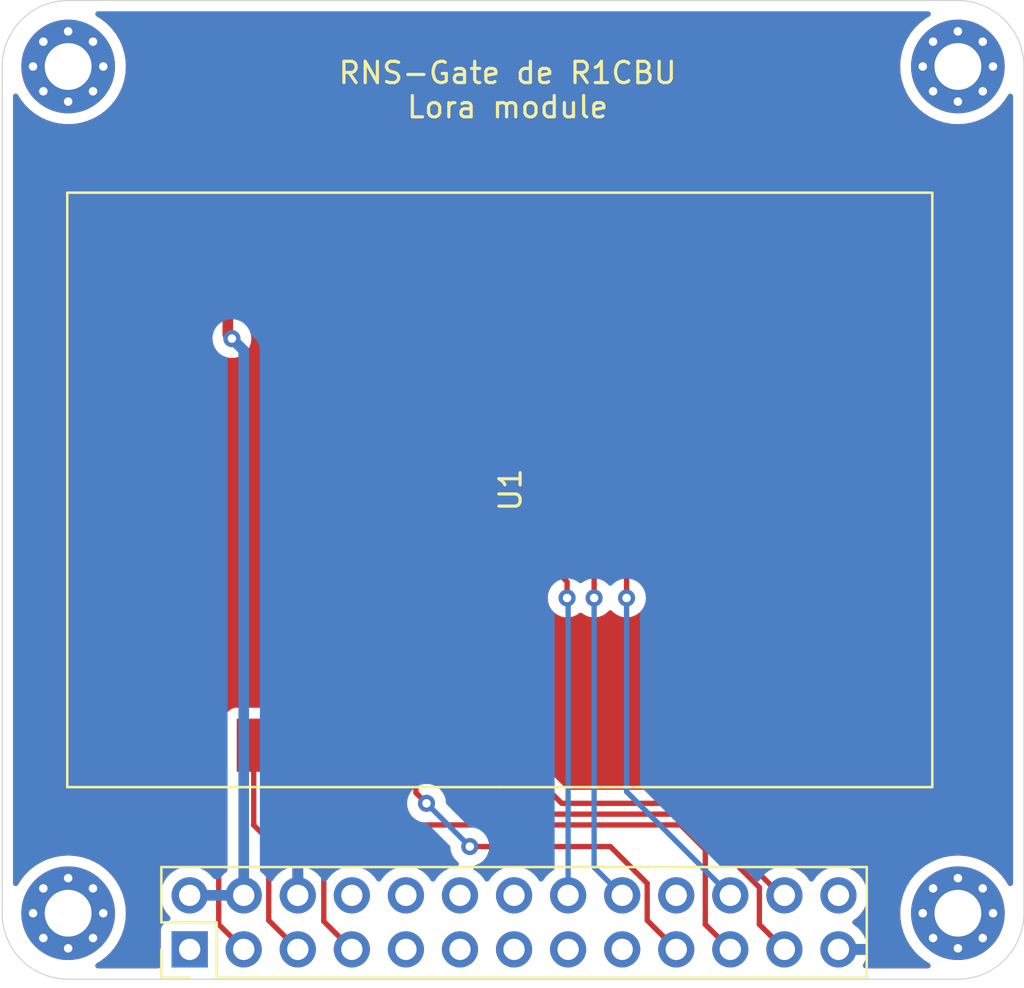
<source format=kicad_pcb>
(kicad_pcb (version 20211014) (generator pcbnew)
  (layers (0 "F.Cu" signal "Top") (31 "B.Cu" signal "Bottom") (34 "B.Paste" user) (35 "F.Paste" user) (36 "B.SilkS" user "B.Silkscreen") (37 "F.SilkS" user "F.Silkscreen") (38 "B.Mask" user) (39 "F.Mask" user) (44 "Edge.Cuts" user))
  (net 0 "")
  (net 1 "GND")
  (net 2 "+5V")
  (net 7 "/MOSI")
  (net 8 "/MISO")
  (net 9 "/SCK")
  (net 10 "/NSS")
  (net 11 "/RXEN")
  (net 14 "/TXEN")
  (net 15 "/DIO2")
  (net 16 "/DIO1")
  (net 17 "/BUSY")
  (net 18 "/NRST")
  (footprint "Connector_PinHeader_2.54mm:PinHeader_2x13_P2.54mm_Vertical" (layer "F.Cu") (at 170.708 95.41 90)
    (fp_text reference "J2" hide)
    (fp_text value "Conn_02x13_Odd_Even" hide)
    (fp_line (start -1.33 0) (end -1.33 -1.33) (layer "F.SilkS") (width 0.12))
    (fp_line (start -1.33 31.81) (end 3.87 31.81) (layer "F.SilkS") (width 0.12))
    (fp_line (start -1.33 1.27) (end 1.27 1.27) (layer "F.SilkS") (width 0.12))
    (fp_line (start 1.27 -1.33) (end 3.87 -1.33) (layer "F.SilkS") (width 0.12))
    (fp_line (start 3.87 -1.33) (end 3.87 31.81) (layer "F.SilkS") (width 0.12))
    (fp_line (start 1.27 1.27) (end 1.27 -1.33) (layer "F.SilkS") (width 0.12))
    (fp_line (start -1.33 -1.33) (end 0 -1.33) (layer "F.SilkS") (width 0.12))
    (fp_line (start -1.33 1.27) (end -1.33 31.81) (layer "F.SilkS") (width 0.12))
    (pad "1" thru_hole rect locked (at 0 0 90) (size 1.7 1.7) (drill 1) (layers *.Cu *.Mask))
    (pad "2" thru_hole oval locked (at 2.54 0 90) (size 1.7 1.7) (drill 1) (layers *.Cu *.Mask) (net 2 "+5V"))
    (pad "3" thru_hole oval locked (at 0 2.54 90) (size 1.7 1.7) (drill 1) (layers *.Cu *.Mask) (net 16 "/DIO1"))
    (pad "4" thru_hole oval locked (at 2.54 2.54 90) (size 1.7 1.7) (drill 1) (layers *.Cu *.Mask) (net 2 "+5V"))
    (pad "5" thru_hole oval locked (at 0 5.08 90) (size 1.7 1.7) (drill 1) (layers *.Cu *.Mask) (net 17 "/BUSY"))
    (pad "6" thru_hole oval locked (at 2.54 5.08 90) (size 1.7 1.7) (drill 1) (layers *.Cu *.Mask) (net 1 "GND"))
    (pad "7" thru_hole oval locked (at 0 7.62 90) (size 1.7 1.7) (drill 1) (layers *.Cu *.Mask) (net 18 "/NRST"))
    (pad "8" thru_hole oval locked (at 2.54 7.62 90) (size 1.7 1.7) (drill 1) (layers *.Cu *.Mask))
    (pad "9" thru_hole oval locked (at 0 10.16 90) (size 1.7 1.7) (drill 1) (layers *.Cu *.Mask))
    (pad "10" thru_hole oval locked (at 2.54 10.16 90) (size 1.7 1.7) (drill 1) (layers *.Cu *.Mask))
    (pad "11" thru_hole oval locked (at 0 12.7 90) (size 1.7 1.7) (drill 1) (layers *.Cu *.Mask))
    (pad "12" thru_hole oval locked (at 2.54 12.7 90) (size 1.7 1.7) (drill 1) (layers *.Cu *.Mask))
    (pad "13" thru_hole oval locked (at 0 15.24 90) (size 1.7 1.7) (drill 1) (layers *.Cu *.Mask))
    (pad "14" thru_hole oval locked (at 2.54 15.24 90) (size 1.7 1.7) (drill 1) (layers *.Cu *.Mask))
    (pad "15" thru_hole oval locked (at 0 17.78 90) (size 1.7 1.7) (drill 1) (layers *.Cu *.Mask))
    (pad "16" thru_hole oval locked (at 2.54 17.78 90) (size 1.7 1.7) (drill 1) (layers *.Cu *.Mask) (net 15 "/DIO2"))
    (pad "17" thru_hole oval locked (at 0 20.32 90) (size 1.7 1.7) (drill 1) (layers *.Cu *.Mask))
    (pad "18" thru_hole oval locked (at 2.54 20.32 90) (size 1.7 1.7) (drill 1) (layers *.Cu *.Mask) (net 14 "/TXEN"))
    (pad "19" thru_hole oval locked (at 0 22.86 90) (size 1.7 1.7) (drill 1) (layers *.Cu *.Mask) (net 7 "/MOSI"))
    (pad "20" thru_hole oval locked (at 2.54 22.86 90) (size 1.7 1.7) (drill 1) (layers *.Cu *.Mask))
    (pad "21" thru_hole oval locked (at 0 25.4 90) (size 1.7 1.7) (drill 1) (layers *.Cu *.Mask) (net 8 "/MISO"))
    (pad "22" thru_hole oval locked (at 2.54 25.4 90) (size 1.7 1.7) (drill 1) (layers *.Cu *.Mask) (net 11 "/RXEN"))
    (pad "23" thru_hole oval locked (at 0 27.94 90) (size 1.7 1.7) (drill 1) (layers *.Cu *.Mask) (net 9 "/SCK"))
    (pad "24" thru_hole oval locked (at 2.54 27.94 90) (size 1.7 1.7) (drill 1) (layers *.Cu *.Mask) (net 10 "/NSS"))
    (pad "25" thru_hole oval locked (at 0 30.48 90) (size 1.7 1.7) (drill 1) (layers *.Cu *.Mask) (net 1 "GND"))
    (pad "26" thru_hole oval locked (at 2.54 30.48 90) (size 1.7 1.7) (drill 1) (layers *.Cu *.Mask))
  )
  (footprint "MountingHole:MountingHole_2.2mm_M2_Pad_Via" (layer "F.Cu") (at 165 53.91)
    (fp_text reference "REF1" hide)
    (fp_text value "MountingHole_2.2mm_M2_Pad_Via" hide)
    (pad "1" thru_hole circle locked (at 1.166726 -1.166726) (size 0.7 0.7) (drill 0.4) (layers *.Cu *.Mask))
    (pad "1" thru_hole circle locked (at 0 1.65) (size 0.7 0.7) (drill 0.4) (layers *.Cu *.Mask))
    (pad "1" thru_hole circle locked (at 0 0) (size 4.4 4.4) (drill 2.2) (layers *.Cu *.Mask))
    (pad "1" thru_hole circle locked (at -1.166726 1.166726) (size 0.7 0.7) (drill 0.4) (layers *.Cu *.Mask))
    (pad "1" thru_hole circle locked (at 1.65 0) (size 0.7 0.7) (drill 0.4) (layers *.Cu *.Mask))
    (pad "1" thru_hole circle locked (at -1.65 0) (size 0.7 0.7) (drill 0.4) (layers *.Cu *.Mask))
    (pad "1" thru_hole circle locked (at -1.166726 -1.166726) (size 0.7 0.7) (drill 0.4) (layers *.Cu *.Mask))
    (pad "1" thru_hole circle locked (at 0 -1.65) (size 0.7 0.7) (drill 0.4) (layers *.Cu *.Mask))
    (pad "1" thru_hole circle locked (at 1.166726 1.166726) (size 0.7 0.7) (drill 0.4) (layers *.Cu *.Mask))
  )
  (footprint "MountingHole:MountingHole_2.2mm_M2_Pad_Via" (layer "F.Cu") (at 165 93.71)
    (fp_text reference "REF3" hide)
    (fp_text value "MountingHole_2.2mm_M2_Pad_Via" hide)
    (pad "1" thru_hole circle locked (at 1.166726 -1.166726) (size 0.7 0.7) (drill 0.4) (layers *.Cu *.Mask))
    (pad "1" thru_hole circle locked (at 0 1.65) (size 0.7 0.7) (drill 0.4) (layers *.Cu *.Mask))
    (pad "1" thru_hole circle locked (at -1.65 0) (size 0.7 0.7) (drill 0.4) (layers *.Cu *.Mask))
    (pad "1" thru_hole circle locked (at 1.166726 1.166726) (size 0.7 0.7) (drill 0.4) (layers *.Cu *.Mask))
    (pad "1" thru_hole circle locked (at 0 -1.65) (size 0.7 0.7) (drill 0.4) (layers *.Cu *.Mask))
    (pad "1" thru_hole circle locked (at -1.166726 -1.166726) (size 0.7 0.7) (drill 0.4) (layers *.Cu *.Mask))
    (pad "1" thru_hole circle locked (at 1.65 0) (size 0.7 0.7) (drill 0.4) (layers *.Cu *.Mask))
    (pad "1" thru_hole circle locked (at -1.166726 1.166726) (size 0.7 0.7) (drill 0.4) (layers *.Cu *.Mask))
    (pad "1" thru_hole circle locked (at 0 0) (size 4.4 4.4) (drill 2.2) (layers *.Cu *.Mask))
  )
  (footprint "MountingHole:MountingHole_2.2mm_M2_Pad_Via" (layer "F.Cu") (at 206.8 53.91)
    (fp_text reference "REF2" hide)
    (fp_text value "MountingHole_2.2mm_M2_Pad_Via" hide)
    (pad "1" thru_hole circle locked (at 1.65 0) (size 0.7 0.7) (drill 0.4) (layers *.Cu *.Mask))
    (pad "1" thru_hole circle locked (at 0 1.65) (size 0.7 0.7) (drill 0.4) (layers *.Cu *.Mask))
    (pad "1" thru_hole circle locked (at 1.166726 -1.166726) (size 0.7 0.7) (drill 0.4) (layers *.Cu *.Mask))
    (pad "1" thru_hole circle locked (at 0 -1.65) (size 0.7 0.7) (drill 0.4) (layers *.Cu *.Mask))
    (pad "1" thru_hole circle locked (at 0 0) (size 4.4 4.4) (drill 2.2) (layers *.Cu *.Mask))
    (pad "1" thru_hole circle locked (at -1.65 0) (size 0.7 0.7) (drill 0.4) (layers *.Cu *.Mask))
    (pad "1" thru_hole circle locked (at -1.166726 -1.166726) (size 0.7 0.7) (drill 0.4) (layers *.Cu *.Mask))
    (pad "1" thru_hole circle locked (at 1.166726 1.166726) (size 0.7 0.7) (drill 0.4) (layers *.Cu *.Mask))
    (pad "1" thru_hole circle locked (at -1.166726 1.166726) (size 0.7 0.7) (drill 0.4) (layers *.Cu *.Mask))
  )
  (footprint "MountingHole:MountingHole_2.2mm_M2_Pad_Via" (layer "F.Cu") (at 206.8 93.71)
    (fp_text reference "REF4" hide)
    (fp_text value "MountingHole_2.2mm_M2_Pad_Via" hide)
    (pad "1" thru_hole circle locked (at -1.166726 1.166726) (size 0.7 0.7) (drill 0.4) (layers *.Cu *.Mask))
    (pad "1" thru_hole circle locked (at 1.166726 -1.166726) (size 0.7 0.7) (drill 0.4) (layers *.Cu *.Mask))
    (pad "1" thru_hole circle locked (at 0 -1.65) (size 0.7 0.7) (drill 0.4) (layers *.Cu *.Mask))
    (pad "1" thru_hole circle locked (at 1.65 0) (size 0.7 0.7) (drill 0.4) (layers *.Cu *.Mask))
    (pad "1" thru_hole circle locked (at -1.65 0) (size 0.7 0.7) (drill 0.4) (layers *.Cu *.Mask))
    (pad "1" thru_hole circle locked (at -1.166726 -1.166726) (size 0.7 0.7) (drill 0.4) (layers *.Cu *.Mask))
    (pad "1" thru_hole circle locked (at 0 1.65) (size 0.7 0.7) (drill 0.4) (layers *.Cu *.Mask))
    (pad "1" thru_hole circle locked (at 0 0) (size 4.4 4.4) (drill 2.2) (layers *.Cu *.Mask))
    (pad "1" thru_hole circle locked (at 1.166726 1.166726) (size 0.7 0.7) (drill 0.4) (layers *.Cu *.Mask))
  )
  (footprint "r1cbu_library:E22-900M30S-SX1262" (layer "F.Cu") (at 183.868 73.8124 90)
    (fp_text reference "U1" (at 0 1.91 90) (layer "F.SilkS"))
    (fp_text value "E22-900M30S-SX1262")
    (fp_line (start 13.97 -18.91) (end -13.97 -18.91) (layer "F.SilkS") (width 0.12))
    (fp_line (start 13.97 21.73) (end 13.97 -18.91) (layer "F.SilkS") (width 0.12))
    (fp_line (start -13.97 1.41) (end -13.97 21.73) (layer "F.SilkS") (width 0.12))
    (fp_line (start -13.97 -18.91) (end -13.97 1.41) (layer "F.SilkS") (width 0.12))
    (fp_line (start -13.97 21.73) (end 13.97 21.73) (layer "F.SilkS") (width 0.12))
    (pad "1" smd rect (at 12 15.23 90) (size 2.5 1.6) (layers "F.Cu" "F.Paste" "F.Mask") (net 1 "GND"))
    (pad "2" smd rect (at 12 12.69 90) (size 2.5 1.6) (layers "F.Cu" "F.Paste" "F.Mask") (net 1 "GND"))
    (pad "3" smd rect (at 12 10.15 90) (size 2.5 1.6) (layers "F.Cu" "F.Paste" "F.Mask") (net 1 "GND"))
    (pad "4" smd rect (at 12 2.55 90) (size 2.5 1.6) (layers "F.Cu" "F.Paste" "F.Mask") (net 1 "GND"))
    (pad "5" smd rect (at 12 0.01 90) (size 2.5 1.6) (layers "F.Cu" "F.Paste" "F.Mask") (net 1 "GND"))
    (pad "6" smd rect (at 12 -2.53 90) (size 2.5 1.6) (layers "F.Cu" "F.Paste" "F.Mask") (net 11 "/RXEN"))
    (pad "7" smd rect (at 12 -5.07 90) (size 2.5 1.6) (layers "F.Cu" "F.Paste" "F.Mask") (net 14 "/TXEN"))
    (pad "8" smd rect (at 12 -7.61 90) (size 2.5 1.6) (layers "F.Cu" "F.Paste" "F.Mask") (net 15 "/DIO2"))
    (pad "9" smd rect (at 12 -10.15 90) (size 2.5 1.6) (layers "F.Cu" "F.Paste" "F.Mask") (net 2 "+5V"))
    (pad "10" smd rect (at 12 -12.69 90) (size 2.5 1.6) (layers "F.Cu" "F.Paste" "F.Mask") (net 2 "+5V"))
    (pad "11" smd rect (at 12 -15.23 90) (size 2.5 1.6) (layers "F.Cu" "F.Paste" "F.Mask") (net 1 "GND"))
    (pad "12" smd rect (at -12 -15.23 90) (size 2.5 1.6) (layers "F.Cu" "F.Paste" "F.Mask") (net 1 "GND"))
    (pad "13" smd rect (at -12 -12.69 90) (size 2.5 1.6) (layers "F.Cu" "F.Paste" "F.Mask") (net 16 "/DIO1"))
    (pad "14" smd rect (at -12 -10.15 90) (size 2.5 1.6) (layers "F.Cu" "F.Paste" "F.Mask") (net 17 "/BUSY"))
    (pad "15" smd rect (at -12 -7.61 90) (size 2.5 1.6) (layers "F.Cu" "F.Paste" "F.Mask") (net 18 "/NRST"))
    (pad "16" smd rect (at -12 -5.07 90) (size 2.5 1.6) (layers "F.Cu" "F.Paste" "F.Mask") (net 8 "/MISO"))
    (pad "17" smd rect (at -12 -2.53 90) (size 2.5 1.6) (layers "F.Cu" "F.Paste" "F.Mask") (net 7 "/MOSI"))
    (pad "18" smd rect (at -12 0.01 90) (size 2.5 1.6) (layers "F.Cu" "F.Paste" "F.Mask") (net 9 "/SCK"))
    (pad "19" smd rect (at -12 2.55 90) (size 2.5 1.6) (layers "F.Cu" "F.Paste" "F.Mask") (net 10 "/NSS"))
    (pad "20" smd rect (at -12 10.15 90) (size 2.5 1.6) (layers "F.Cu" "F.Paste" "F.Mask") (net 1 "GND"))
    (pad "21" smd rect (at -12 12.69 90) (size 2.5 1.6) (layers "F.Cu" "F.Paste" "F.Mask"))
    (pad "22" smd rect (at -12 15.23 90) (size 2.5 1.6) (layers "F.Cu" "F.Paste" "F.Mask") (net 1 "GND"))
  )
  (gr_arc (start 209.9 93.71) (mid 208.992031 95.902031) (end 206.8 96.81) (layer "Edge.Cuts") (width 0.05))
  (gr_line (start 165 96.81) (end 206.8 96.81) (layer "Edge.Cuts") (width 0.05))
  (gr_arc (start 165 96.81) (mid 162.807969 95.902031) (end 161.9 93.71) (layer "Edge.Cuts") (width 0.05))
  (gr_arc (start 161.9 53.91) (mid 162.807969 51.717969) (end 165 50.81) (layer "Edge.Cuts") (width 0.05))
  (gr_line (start 161.9 53.91) (end 161.9 93.71) (layer "Edge.Cuts") (width 0.05))
  (gr_line (start 209.9 53.91) (end 209.9 55.268) (layer "Edge.Cuts") (width 0.05))
  (gr_line (start 165 50.81) (end 206.8 50.81) (layer "Edge.Cuts") (width 0.05))
  (gr_line (start 209.9 55.268) (end 209.9 92.352) (layer "Edge.Cuts") (width 0.05))
  (gr_arc (start 206.8 50.81) (mid 208.992031 51.717969) (end 209.9 53.91) (layer "Edge.Cuts") (width 0.05))
  (gr_line (start 209.9 92.352) (end 209.9 93.71) (layer "Edge.Cuts") (width 0.05))
  (gr_text "RNS-Gate de R1CBU\nLora module" (at 185.646 55.0164) (layer "F.SilkS") (effects (font (size 1 1))))
  (segment (start 171.178 61.8124) (end 172.5 61.8124) (width 0.5) (layer "F.Cu") (net 2))
  (segment (start 172.692 66.7004) (end 172.5 66.5084) (width 0.25) (layer "F.Cu") (net 2))
  (segment (start 172.5 66.5084) (end 172.5 61.8124) (width 0.5) (layer "F.Cu") (net 2))
  (segment (start 172.5 61.8124) (end 173.718 61.8124) (width 0.5) (layer "F.Cu") (net 2))
  (via (at 172.692 66.7004) (size 0.8) (drill 0.4) (layers "F.Cu" "B.Cu") (net 2))
  (segment (start 172.692 66.7004) (end 173.248 67.2564) (width 0.5) (layer "B.Cu") (net 2))
  (segment (start 170.708 92.87) (end 173.248 92.87) (width 0.5) (layer "B.Cu") (net 2))
  (segment (start 173.248 67.2564) (end 173.248 92.87) (width 0.5) (layer "B.Cu") (net 2))
  (segment (start 192.203 92.3074) (end 190.472 90.5764) (width 0.25) (layer "F.Cu") (net 7))
  (segment (start 181.836 88.5444) (end 181.338 88.0464) (width 0.25) (layer "F.Cu") (net 7))
  (segment (start 192.203 94.045) (end 192.203 92.3074) (width 0.25) (layer "F.Cu") (net 7))
  (segment (start 181.338 88.0464) (end 181.338 85.8124) (width 0.25) (layer "F.Cu") (net 7))
  (segment (start 193.568 95.41) (end 192.203 94.045) (width 0.25) (layer "F.Cu") (net 7))
  (segment (start 190.472 90.5764) (end 183.868 90.5764) (width 0.25) (layer "F.Cu") (net 7))
  (via (at 181.836 88.5444) (size 0.8) (drill 0.4) (layers "F.Cu" "B.Cu") (net 7))
  (via (at 183.868 90.5764) (size 0.8) (drill 0.4) (layers "F.Cu" "B.Cu") (net 7))
  (segment (start 183.868 90.5764) (end 181.836 88.5444) (width 0.25) (layer "B.Cu") (net 7))
  (segment (start 178.798 87.0304) (end 178.798 85.8124) (width 0.25) (layer "F.Cu") (net 8))
  (segment (start 181.328 89.5604) (end 178.798 87.0304) (width 0.25) (layer "F.Cu") (net 8))
  (segment (start 196.108 95.41) (end 194.933 94.235) (width 0.25) (layer "F.Cu") (net 8))
  (segment (start 194.933 94.235) (end 194.933 90.7194) (width 0.25) (layer "F.Cu") (net 8))
  (segment (start 194.933 90.7194) (end 193.774 89.5604) (width 0.25) (layer "F.Cu") (net 8))
  (segment (start 193.774 89.5604) (end 181.328 89.5604) (width 0.25) (layer "F.Cu") (net 8))
  (segment (start 183.878 86.7764) (end 183.878 85.8124) (width 0.25) (layer "F.Cu") (net 9))
  (segment (start 198.648 95.41) (end 197.473 94.235) (width 0.25) (layer "F.Cu") (net 9))
  (segment (start 197.473 92.4974) (end 194.028 89.0524) (width 0.25) (layer "F.Cu") (net 9))
  (segment (start 186.154 89.0524) (end 183.878 86.7764) (width 0.25) (layer "F.Cu") (net 9))
  (segment (start 197.473 94.235) (end 197.473 92.4974) (width 0.25) (layer "F.Cu") (net 9))
  (segment (start 194.028 89.0524) (end 186.154 89.0524) (width 0.25) (layer "F.Cu") (net 9))
  (segment (start 188.186 88.5444) (end 186.418 86.7764) (width 0.25) (layer "F.Cu") (net 10))
  (segment (start 186.418 86.7764) (end 186.418 85.8124) (width 0.25) (layer "F.Cu") (net 10))
  (segment (start 194.163 88.5444) (end 188.186 88.5444) (width 0.25) (layer "F.Cu") (net 10))
  (segment (start 198.648 92.87) (end 198.4886 92.87) (width 0.25) (layer "F.Cu") (net 10))
  (segment (start 198.4886 92.87) (end 194.163 88.5444) (width 0.25) (layer "F.Cu") (net 10))
  (segment (start 181.338 67.2184) (end 181.338 61.8124) (width 0.25) (layer "F.Cu") (net 11))
  (segment (start 191.234 78.8924) (end 191.234 77.1144) (width 0.25) (layer "F.Cu") (net 11))
  (segment (start 191.234 77.1144) (end 181.338 67.2184) (width 0.25) (layer "F.Cu") (net 11))
  (via (at 191.234 78.8924) (size 0.8) (drill 0.4) (layers "F.Cu" "B.Cu") (net 11))
  (segment (start 191.234 87.996) (end 196.108 92.87) (width 0.25) (layer "B.Cu") (net 11))
  (segment (start 191.234 78.8924) (end 191.234 87.996) (width 0.25) (layer "B.Cu") (net 11))
  (segment (start 189.71 77.6224) (end 178.798 66.7104) (width 0.25) (layer "F.Cu") (net 14))
  (segment (start 189.71 78.8924) (end 189.71 77.6224) (width 0.25) (layer "F.Cu") (net 14))
  (segment (start 178.798 66.7104) (end 178.798 61.8124) (width 0.25) (layer "F.Cu") (net 14))
  (via (at 189.71 78.8924) (size 0.8) (drill 0.4) (layers "F.Cu" "B.Cu") (net 14))
  (segment (start 191.028 92.87) (end 189.71 91.552) (width 0.25) (layer "B.Cu") (net 14))
  (segment (start 189.71 91.552) (end 189.71 78.8924) (width 0.25) (layer "B.Cu") (net 14))
  (segment (start 188.44 78.8924) (end 188.44 78.1304) (width 0.25) (layer "F.Cu") (net 15))
  (segment (start 176.258 65.9484) (end 176.258 61.8124) (width 0.25) (layer "F.Cu") (net 15))
  (segment (start 188.44 78.1304) (end 176.258 65.9484) (width 0.25) (layer "F.Cu") (net 15))
  (via (at 188.44 78.8924) (size 0.8) (drill 0.4) (layers "F.Cu" "B.Cu") (net 15))
  (segment (start 188.488 92.87) (end 188.488 78.9404) (width 0.25) (layer "B.Cu") (net 15))
  (segment (start 188.488 78.9404) (end 188.44 78.8924) (width 0.25) (layer "B.Cu") (net 15))
  (segment (start 171.178 85.8124) (end 171.178 89.8244) (width 0.25) (layer "F.Cu") (net 16))
  (segment (start 172.073 94.235) (end 173.248 95.41) (width 0.25) (layer "F.Cu") (net 16))
  (segment (start 171.178 89.8244) (end 172.073 90.7194) (width 0.25) (layer "F.Cu") (net 16))
  (segment (start 172.073 90.7194) (end 172.073 94.235) (width 0.25) (layer "F.Cu") (net 16))
  (segment (start 173.718 85.8124) (end 173.718 89.5504) (width 0.25) (layer "F.Cu") (net 17))
  (segment (start 174.423 94.045) (end 175.788 95.41) (width 0.25) (layer "F.Cu") (net 17))
  (segment (start 173.718 89.5504) (end 173.708 89.5604) (width 0.25) (layer "F.Cu") (net 17))
  (segment (start 173.708 89.5604) (end 174.423 90.2754) (width 0.25) (layer "F.Cu") (net 17))
  (segment (start 174.423 90.2754) (end 174.423 94.045) (width 0.25) (layer "F.Cu") (net 17))
  (segment (start 177.01 91.5924) (end 177.01 94.092) (width 0.25) (layer "F.Cu") (net 18))
  (segment (start 176.248 89.5604) (end 176.248 90.8304) (width 0.25) (layer "F.Cu") (net 18))
  (segment (start 176.248 90.8304) (end 177.01 91.5924) (width 0.25) (layer "F.Cu") (net 18))
  (segment (start 177.01 94.092) (end 178.328 95.41) (width 0.25) (layer "F.Cu") (net 18))
  (segment (start 176.258 85.8124) (end 176.258 89.5504) (width 0.25) (layer "F.Cu") (net 18))
  (segment (start 176.258 89.5504) (end 176.248 89.5604) (width 0.25) (layer "F.Cu") (net 18))
  (zone (net 1) (net_name "GND") (layer "F.Cu") (connect_pads (clearance 0.508)) (min_thickness 0.254) (fill yes (thermal_gap 0.508) (thermal_bridge_width 0.508))
    (polygon (pts (xy 209.804 97.028) (xy 161.798 97.028) (xy 161.798 50.8) (xy 209.804 50.8)))
  )
  (zone (net 1) (net_name "GND") (layer "B.Cu") (connect_pads (clearance 0.508)) (min_thickness 0.254) (fill yes (thermal_gap 0.508) (thermal_bridge_width 0.508))
    (polygon (pts (xy 161.798 97.028) (xy 209.804 97.028) (xy 209.804 50.8) (xy 161.798 50.8)))
  )
)
</source>
